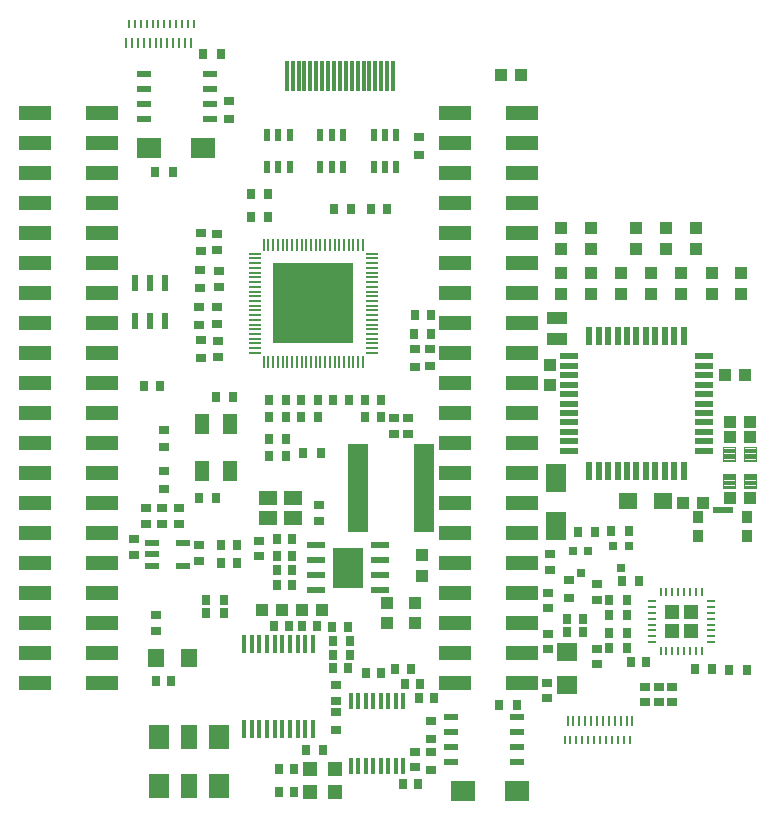
<source format=gbr>
G04 EAGLE Gerber RS-274X export*
G75*
%MOMM*%
%FSLAX34Y34*%
%LPD*%
%INSolderpaste Top*%
%IPPOS*%
%AMOC8*
5,1,8,0,0,1.08239X$1,22.5*%
G01*
%ADD10R,1.800000X1.600000*%
%ADD11R,0.900000X0.700000*%
%ADD12R,0.700000X0.900000*%
%ADD13R,0.530000X1.330000*%
%ADD14R,2.790000X1.270000*%
%ADD15R,1.100000X1.000000*%
%ADD16R,1.000000X1.100000*%
%ADD17R,1.780000X1.020000*%
%ADD18R,1.500000X0.550000*%
%ADD19R,0.550000X1.500000*%
%ADD20R,1.600000X1.400000*%
%ADD21R,1.000000X0.200000*%
%ADD22R,0.200000X1.000000*%
%ADD23R,6.750000X6.750000*%
%ADD24R,1.200000X1.800000*%
%ADD25R,0.800000X0.900000*%
%ADD26R,0.900000X0.800000*%
%ADD27R,0.914400X0.762000*%
%ADD28R,0.762000X0.914400*%
%ADD29R,1.219200X0.558800*%
%ADD30R,1.800000X2.400000*%
%ADD31R,0.500000X1.050000*%
%ADD32R,0.300000X2.600000*%
%ADD33R,0.400000X1.500000*%
%ADD34R,1.800000X2.000000*%
%ADD35R,1.400000X2.000000*%
%ADD36R,0.270000X0.900000*%
%ADD37R,0.270000X0.800000*%
%ADD38R,0.800000X0.284600*%
%ADD39R,0.284600X0.800000*%
%ADD40R,1.300000X1.300000*%
%ADD41R,1.200000X0.600000*%
%ADD42R,0.700000X0.700000*%
%ADD43R,1.200000X1.200000*%
%ADD44R,1.600000X0.610000*%
%ADD45R,2.620000X3.510000*%
%ADD46R,1.800000X7.500000*%
%ADD47R,1.500000X1.300000*%
%ADD48R,0.350000X1.400000*%
%ADD49R,2.000000X1.700000*%
%ADD50R,1.400000X1.600000*%
%ADD51C,0.110000*%
%ADD52R,0.900000X1.000000*%
%ADD53R,1.700000X0.550000*%


D10*
X471051Y106203D03*
X471051Y134203D03*
D11*
X454744Y108351D03*
X454744Y95351D03*
D12*
X126556Y359586D03*
X113556Y359586D03*
D13*
X105256Y414826D03*
X117956Y414826D03*
X130656Y414826D03*
X130656Y446830D03*
X117956Y446830D03*
X105256Y446830D03*
D14*
X433550Y108250D03*
X376450Y108250D03*
X433550Y133650D03*
X376450Y133650D03*
X433550Y159050D03*
X376450Y159050D03*
X433550Y184450D03*
X376450Y184450D03*
X433550Y209850D03*
X376450Y209850D03*
X433550Y235250D03*
X376450Y235250D03*
X433550Y260650D03*
X376450Y260650D03*
X433550Y286050D03*
X376450Y286050D03*
X433550Y311450D03*
X376450Y311450D03*
X433550Y336850D03*
X376450Y336850D03*
X433550Y362250D03*
X376450Y362250D03*
X433550Y387650D03*
X376450Y387650D03*
X433550Y413050D03*
X376450Y413050D03*
X433550Y438450D03*
X376450Y438450D03*
X433550Y463850D03*
X376450Y463850D03*
X433550Y489250D03*
X376450Y489250D03*
X433550Y514650D03*
X376450Y514650D03*
X433550Y540050D03*
X376450Y540050D03*
X433550Y565450D03*
X376450Y565450D03*
X433550Y590850D03*
X376450Y590850D03*
X77950Y108250D03*
X20850Y108250D03*
X77950Y133650D03*
X20850Y133650D03*
X77950Y159050D03*
X20850Y159050D03*
X77950Y184450D03*
X20850Y184450D03*
X77950Y209850D03*
X20850Y209850D03*
X77950Y235250D03*
X20850Y235250D03*
X77950Y260650D03*
X20850Y260650D03*
X77950Y286050D03*
X20850Y286050D03*
X77950Y311450D03*
X20850Y311450D03*
X77950Y336850D03*
X20850Y336850D03*
X77950Y362250D03*
X20850Y362250D03*
X77950Y387650D03*
X20850Y387650D03*
X77950Y413050D03*
X20850Y413050D03*
X77950Y438450D03*
X20850Y438450D03*
X77950Y463850D03*
X20850Y463850D03*
X77950Y489250D03*
X20850Y489250D03*
X77950Y514650D03*
X20850Y514650D03*
X77950Y540050D03*
X20850Y540050D03*
X77950Y565450D03*
X20850Y565450D03*
X77950Y590850D03*
X20850Y590850D03*
D15*
X609000Y329000D03*
X626000Y329000D03*
D16*
X594360Y437778D03*
X594360Y454778D03*
X568198Y437778D03*
X568198Y454778D03*
D15*
X530098Y475878D03*
X530098Y492878D03*
X542798Y437778D03*
X542798Y454778D03*
X466598Y437778D03*
X466598Y454778D03*
X491998Y437778D03*
X491998Y454778D03*
D16*
X466598Y492878D03*
X466598Y475878D03*
D17*
X463042Y399024D03*
X463042Y416824D03*
D16*
X605164Y368808D03*
X622164Y368808D03*
X415562Y622438D03*
X432562Y622438D03*
X555498Y492878D03*
X555498Y475878D03*
D18*
X473098Y344678D03*
X473098Y352678D03*
X473098Y360678D03*
X473098Y368678D03*
X473098Y376678D03*
X473098Y384678D03*
X473098Y304678D03*
X473098Y312678D03*
X473098Y320678D03*
X473098Y328678D03*
X473098Y336678D03*
X587098Y344678D03*
X587098Y352678D03*
X587098Y360678D03*
X587098Y320678D03*
X587098Y336678D03*
X587098Y328678D03*
X587098Y312678D03*
X587098Y304678D03*
X587098Y384678D03*
X587098Y376678D03*
X587098Y368678D03*
D19*
X530098Y401678D03*
X522098Y401678D03*
X514098Y401678D03*
X506098Y401678D03*
X498098Y401678D03*
X490098Y401678D03*
X570098Y401678D03*
X562098Y401678D03*
X554098Y401678D03*
X546098Y401678D03*
X538098Y401678D03*
X530098Y287678D03*
X522098Y287678D03*
X514098Y287678D03*
X506098Y287678D03*
X498098Y287678D03*
X490098Y287678D03*
X570098Y287678D03*
X562098Y287678D03*
X538098Y287678D03*
X546098Y287678D03*
X554098Y287678D03*
D20*
X552845Y262255D03*
X522845Y262255D03*
D15*
X618998Y437778D03*
X618998Y454778D03*
X609000Y316500D03*
X626000Y316500D03*
X626217Y264447D03*
X609217Y264447D03*
X569862Y260723D03*
X586862Y260723D03*
X491998Y475878D03*
X491998Y492878D03*
D16*
X517398Y437778D03*
X517398Y454778D03*
X580898Y475878D03*
X580898Y492878D03*
D15*
X457164Y360006D03*
X457164Y377006D03*
D21*
X306056Y387496D03*
X306056Y391496D03*
X306056Y395496D03*
X306056Y399496D03*
X306056Y403496D03*
X306056Y407496D03*
X306056Y411496D03*
X306056Y415496D03*
X306056Y419496D03*
X306056Y423496D03*
X306056Y427496D03*
X306056Y431496D03*
X306056Y435496D03*
X306056Y439496D03*
X306056Y443496D03*
X306056Y447496D03*
X306056Y451496D03*
X306056Y455496D03*
X306056Y459496D03*
X306056Y463496D03*
X306056Y467496D03*
X306056Y471496D03*
D22*
X298556Y478996D03*
X294556Y478996D03*
X290556Y478996D03*
X286556Y478996D03*
X282556Y478996D03*
X278556Y478996D03*
X274556Y478996D03*
X270556Y478996D03*
X266556Y478996D03*
X262556Y478996D03*
X258556Y478996D03*
X254556Y478996D03*
X250556Y478996D03*
X246556Y478996D03*
X242556Y478996D03*
X238556Y478996D03*
X234556Y478996D03*
X230556Y478996D03*
X226556Y478996D03*
X222556Y478996D03*
X218556Y478996D03*
X214556Y478996D03*
D21*
X207056Y471496D03*
X207056Y467496D03*
X207056Y463496D03*
X207056Y459496D03*
X207056Y455496D03*
X207056Y451496D03*
X207056Y447496D03*
X207056Y443496D03*
X207056Y439496D03*
X207056Y435496D03*
X207056Y431496D03*
X207056Y427496D03*
X207056Y423496D03*
X207056Y419496D03*
X207056Y415496D03*
X207056Y411496D03*
X207056Y407496D03*
X207056Y403496D03*
X207056Y399496D03*
X207056Y395496D03*
X207056Y391496D03*
X207056Y387496D03*
D22*
X214556Y379996D03*
X218556Y379996D03*
X222556Y379996D03*
X226556Y379996D03*
X230556Y379996D03*
X234556Y379996D03*
X238556Y379996D03*
X242556Y379996D03*
X246556Y379996D03*
X250556Y379996D03*
X254556Y379996D03*
X258556Y379996D03*
X262556Y379996D03*
X266556Y379996D03*
X270556Y379996D03*
X274556Y379996D03*
X278556Y379996D03*
X282556Y379996D03*
X286556Y379996D03*
X290556Y379996D03*
X294556Y379996D03*
X298556Y379996D03*
D23*
X256556Y429496D03*
D24*
X162166Y327406D03*
X162166Y287406D03*
X186166Y287406D03*
X186166Y327406D03*
D25*
X188166Y350406D03*
X174166Y350406D03*
X160166Y264406D03*
X174166Y264406D03*
D12*
X248094Y302666D03*
X263094Y302666D03*
D11*
X130056Y322496D03*
X130056Y307496D03*
X130056Y272496D03*
X130056Y287496D03*
X342306Y375906D03*
X342306Y390906D03*
D26*
X355306Y390406D03*
X355306Y376406D03*
D11*
X161306Y473906D03*
X161306Y488906D03*
X160556Y442496D03*
X160556Y457496D03*
X160056Y426496D03*
X160056Y411496D03*
X161056Y383496D03*
X161056Y398496D03*
D12*
X218666Y314406D03*
X233666Y314406D03*
X218666Y300406D03*
X233666Y300406D03*
D25*
X341806Y403906D03*
X355806Y403906D03*
X305056Y508996D03*
X319056Y508996D03*
D26*
X175306Y488406D03*
X175306Y474406D03*
X177056Y442996D03*
X177056Y456996D03*
X176056Y397996D03*
X176056Y383996D03*
X175056Y411996D03*
X175056Y425996D03*
X114504Y256556D03*
X114504Y242556D03*
D25*
X274056Y508996D03*
X288056Y508996D03*
X218056Y521996D03*
X204056Y521996D03*
D26*
X128504Y256556D03*
X128504Y242556D03*
D25*
X342306Y419406D03*
X356306Y419406D03*
X218056Y502996D03*
X204056Y502996D03*
X192056Y209996D03*
X178056Y209996D03*
X233166Y347406D03*
X219166Y347406D03*
X233056Y333396D03*
X219056Y333396D03*
X273166Y347406D03*
X287166Y347406D03*
X246166Y347406D03*
X260166Y347406D03*
X246166Y333406D03*
X260166Y333406D03*
X300166Y347406D03*
X314166Y347406D03*
X300166Y333406D03*
X314166Y333406D03*
D27*
X142504Y256414D03*
X142504Y242698D03*
D28*
X191914Y224996D03*
X178198Y224996D03*
D29*
X120055Y226496D03*
X120055Y216996D03*
X120055Y207344D03*
X146264Y207344D03*
X146264Y226496D03*
D30*
X462056Y240746D03*
X462056Y281746D03*
D26*
X160056Y224996D03*
X160056Y210996D03*
X105056Y229996D03*
X105056Y215996D03*
D27*
X457004Y203948D03*
X457004Y217664D03*
D26*
X324746Y332444D03*
X324746Y318444D03*
X336496Y332444D03*
X336496Y318444D03*
D31*
X217556Y544996D03*
X227056Y544996D03*
X236556Y544996D03*
X236556Y571996D03*
X227056Y571996D03*
X217556Y571996D03*
X262556Y544996D03*
X272056Y544996D03*
X281556Y544996D03*
X281556Y571996D03*
X272056Y571996D03*
X262556Y571996D03*
X307556Y544996D03*
X317056Y544996D03*
X326556Y544996D03*
X326556Y571996D03*
X317056Y571996D03*
X307556Y571996D03*
D32*
X234056Y621896D03*
X239056Y621896D03*
X244056Y621896D03*
X249056Y621896D03*
X254056Y621896D03*
X259056Y621896D03*
X264056Y621896D03*
X269056Y621896D03*
X274056Y621896D03*
X279056Y621896D03*
X284056Y621896D03*
X289056Y621896D03*
X294056Y621896D03*
X299056Y621896D03*
X304056Y621896D03*
X309056Y621896D03*
X314056Y621896D03*
X319056Y621896D03*
X324056Y621896D03*
D11*
X346056Y555496D03*
X346056Y570496D03*
D33*
X256350Y141250D03*
X249850Y141250D03*
X243350Y141250D03*
X236850Y141250D03*
X230350Y141250D03*
X223850Y141250D03*
X217350Y141250D03*
X210850Y141250D03*
X204350Y141250D03*
X197850Y141250D03*
X197850Y68750D03*
X204350Y68750D03*
X210850Y68750D03*
X217350Y68750D03*
X223850Y68750D03*
X230350Y68750D03*
X236850Y68750D03*
X243350Y68750D03*
X249850Y68750D03*
X256350Y68750D03*
D12*
X235950Y156650D03*
X222950Y156650D03*
X247050Y156650D03*
X260050Y156650D03*
D34*
X176300Y20500D03*
X176300Y62500D03*
X125500Y62500D03*
X125500Y20500D03*
D35*
X150900Y20500D03*
X150900Y62500D03*
D36*
X152950Y649650D03*
X147950Y649650D03*
X142950Y649650D03*
X137950Y649650D03*
X132950Y649650D03*
X127950Y649650D03*
X122950Y649650D03*
X117950Y649650D03*
X112950Y649650D03*
X107950Y649650D03*
X102950Y649650D03*
X97950Y649650D03*
D37*
X100450Y665650D03*
X105450Y665650D03*
X110450Y665650D03*
X115450Y665650D03*
X120450Y665650D03*
X125450Y665650D03*
X130450Y665650D03*
X135450Y665650D03*
X140450Y665650D03*
X145450Y665650D03*
X150450Y665650D03*
X155450Y665650D03*
D36*
X471750Y75750D03*
X476750Y75750D03*
X481750Y75750D03*
X486750Y75750D03*
X491750Y75750D03*
X496750Y75750D03*
X501750Y75750D03*
X506750Y75750D03*
X511750Y75750D03*
X516750Y75750D03*
X521750Y75750D03*
X526750Y75750D03*
D37*
X524250Y59750D03*
X519250Y59750D03*
X514250Y59750D03*
X509250Y59750D03*
X504250Y59750D03*
X499250Y59750D03*
X494250Y59750D03*
X489250Y59750D03*
X484250Y59750D03*
X479250Y59750D03*
X474250Y59750D03*
X469250Y59750D03*
D38*
X543000Y177500D03*
X543000Y172500D03*
X543000Y167500D03*
X543000Y162500D03*
X543000Y157500D03*
X543000Y152500D03*
X543000Y147500D03*
X543000Y142500D03*
D39*
X550500Y135000D03*
X555500Y135000D03*
X560500Y135000D03*
X565500Y135000D03*
X570500Y135000D03*
X575500Y135000D03*
X580500Y135000D03*
X585500Y135000D03*
D38*
X593000Y142500D03*
X593000Y147500D03*
X593000Y152500D03*
X593000Y157500D03*
X593000Y162500D03*
X593000Y167500D03*
X593000Y172500D03*
X593000Y177500D03*
D39*
X585500Y185000D03*
X580500Y185000D03*
X575500Y185000D03*
X570500Y185000D03*
X565500Y185000D03*
X560500Y185000D03*
X555500Y185000D03*
X550500Y185000D03*
D40*
X576000Y168000D03*
X576000Y152000D03*
X560000Y168000D03*
X560000Y152000D03*
D12*
X507000Y138000D03*
X522000Y138000D03*
X507000Y150000D03*
X522000Y150000D03*
X507000Y166000D03*
X522000Y166000D03*
X507000Y178000D03*
X522000Y178000D03*
D11*
X496500Y124000D03*
X496500Y137000D03*
D12*
X471500Y151000D03*
X484500Y151000D03*
X471500Y162500D03*
X484500Y162500D03*
D11*
X496500Y191500D03*
X496500Y178500D03*
D12*
X525500Y126000D03*
X538500Y126000D03*
D11*
X560500Y92000D03*
X560500Y105000D03*
X549000Y92000D03*
X549000Y105000D03*
X537500Y92000D03*
X537500Y105000D03*
D41*
X169000Y585950D03*
X169000Y598650D03*
X169000Y611350D03*
X169000Y624050D03*
X113000Y624050D03*
X113000Y611350D03*
X113000Y598650D03*
X113000Y585950D03*
X373000Y79050D03*
X373000Y66350D03*
X373000Y53650D03*
X373000Y40950D03*
X429000Y40950D03*
X429000Y53650D03*
X429000Y66350D03*
X429000Y79050D03*
D12*
X178500Y641000D03*
X163500Y641000D03*
D11*
X185000Y600500D03*
X185000Y585500D03*
X356000Y61000D03*
X356000Y76000D03*
X356000Y49500D03*
X356000Y34500D03*
D42*
X489500Y220000D03*
X476500Y220000D03*
X483000Y201500D03*
X523500Y224250D03*
X510500Y224250D03*
X517000Y205750D03*
D12*
X480250Y235500D03*
X495250Y235500D03*
X137500Y540750D03*
X122500Y540750D03*
X508500Y237000D03*
X523500Y237000D03*
X429000Y89000D03*
X414000Y89000D03*
D11*
X473000Y180250D03*
X473000Y195250D03*
D12*
X517500Y194000D03*
X532500Y194000D03*
X594500Y119500D03*
X579500Y119500D03*
X623500Y119000D03*
X608500Y119000D03*
X227500Y15600D03*
X240500Y15600D03*
D43*
X274500Y15600D03*
X253500Y15600D03*
D12*
X227500Y35100D03*
X240500Y35100D03*
D43*
X274500Y35100D03*
X253500Y35100D03*
D44*
X313000Y186550D03*
X313000Y199250D03*
X313000Y211950D03*
X313000Y224650D03*
X259000Y224650D03*
X259000Y211950D03*
X259000Y199250D03*
X259000Y186550D03*
D45*
X286000Y205600D03*
D12*
X238500Y215600D03*
X225500Y215600D03*
D11*
X210720Y228604D03*
X210720Y215604D03*
D12*
X238510Y203312D03*
X225510Y203312D03*
D16*
X319250Y175850D03*
X319250Y158850D03*
X342500Y176100D03*
X342500Y159100D03*
D12*
X238430Y190828D03*
X225430Y190828D03*
D16*
X348968Y199004D03*
X348968Y216004D03*
D12*
X225474Y229658D03*
X238474Y229658D03*
D11*
X261500Y258600D03*
X261500Y245600D03*
D46*
X350436Y272815D03*
X294436Y272815D03*
D47*
X218516Y264350D03*
X218516Y247350D03*
X239699Y264350D03*
X239699Y247350D03*
D12*
X326000Y119830D03*
X339000Y119830D03*
X314000Y116410D03*
X301000Y116410D03*
D48*
X288375Y37350D03*
X294725Y37350D03*
X301075Y37350D03*
X307425Y37350D03*
X313775Y37350D03*
X320125Y37350D03*
X326475Y37350D03*
X332825Y37350D03*
X332825Y92850D03*
X326475Y92850D03*
X320125Y92850D03*
X313775Y92850D03*
X307425Y92850D03*
X301075Y92850D03*
X294725Y92850D03*
X288375Y92850D03*
D11*
X275500Y106000D03*
X275500Y93000D03*
D49*
X117500Y561250D03*
X163500Y561250D03*
X429000Y16250D03*
X383000Y16250D03*
D12*
X332500Y22500D03*
X345500Y22500D03*
X334000Y107500D03*
X347000Y107500D03*
D11*
X343000Y36500D03*
X343000Y49500D03*
D12*
X346000Y95000D03*
X359000Y95000D03*
D11*
X275500Y83500D03*
X275500Y68500D03*
D12*
X250000Y51500D03*
X265000Y51500D03*
X273000Y143750D03*
X288000Y143750D03*
X273000Y132000D03*
X288000Y132000D03*
D11*
X455000Y136500D03*
X455000Y149500D03*
X455000Y184500D03*
X455000Y171500D03*
D12*
X286000Y120500D03*
X273000Y120500D03*
X285750Y155500D03*
X272750Y155500D03*
D27*
X123000Y165358D03*
X123000Y151642D03*
D50*
X151000Y129500D03*
X123000Y129500D03*
D12*
X123000Y109500D03*
X136000Y109500D03*
D51*
X603550Y296050D02*
X603550Y307950D01*
X613450Y307950D01*
X613450Y296050D01*
X603550Y296050D01*
X603550Y297095D02*
X613450Y297095D01*
X613450Y298140D02*
X603550Y298140D01*
X603550Y299185D02*
X613450Y299185D01*
X613450Y300230D02*
X603550Y300230D01*
X603550Y301275D02*
X613450Y301275D01*
X613450Y302320D02*
X603550Y302320D01*
X603550Y303365D02*
X613450Y303365D01*
X613450Y304410D02*
X603550Y304410D01*
X603550Y305455D02*
X613450Y305455D01*
X613450Y306500D02*
X603550Y306500D01*
X603550Y307545D02*
X613450Y307545D01*
X603550Y284950D02*
X603550Y273050D01*
X603550Y284950D02*
X613450Y284950D01*
X613450Y273050D01*
X603550Y273050D01*
X603550Y274095D02*
X613450Y274095D01*
X613450Y275140D02*
X603550Y275140D01*
X603550Y276185D02*
X613450Y276185D01*
X613450Y277230D02*
X603550Y277230D01*
X603550Y278275D02*
X613450Y278275D01*
X613450Y279320D02*
X603550Y279320D01*
X603550Y280365D02*
X613450Y280365D01*
X613450Y281410D02*
X603550Y281410D01*
X603550Y282455D02*
X613450Y282455D01*
X613450Y283500D02*
X603550Y283500D01*
X603550Y284545D02*
X613450Y284545D01*
X621550Y284950D02*
X621550Y273050D01*
X621550Y284950D02*
X631450Y284950D01*
X631450Y273050D01*
X621550Y273050D01*
X621550Y274095D02*
X631450Y274095D01*
X631450Y275140D02*
X621550Y275140D01*
X621550Y276185D02*
X631450Y276185D01*
X631450Y277230D02*
X621550Y277230D01*
X621550Y278275D02*
X631450Y278275D01*
X631450Y279320D02*
X621550Y279320D01*
X621550Y280365D02*
X631450Y280365D01*
X631450Y281410D02*
X621550Y281410D01*
X621550Y282455D02*
X631450Y282455D01*
X631450Y283500D02*
X621550Y283500D01*
X621550Y284545D02*
X631450Y284545D01*
X621550Y296050D02*
X621550Y307950D01*
X631450Y307950D01*
X631450Y296050D01*
X621550Y296050D01*
X621550Y297095D02*
X631450Y297095D01*
X631450Y298140D02*
X621550Y298140D01*
X621550Y299185D02*
X631450Y299185D01*
X631450Y300230D02*
X621550Y300230D01*
X621550Y301275D02*
X631450Y301275D01*
X631450Y302320D02*
X621550Y302320D01*
X621550Y303365D02*
X631450Y303365D01*
X631450Y304410D02*
X621550Y304410D01*
X621550Y305455D02*
X631450Y305455D01*
X631450Y306500D02*
X621550Y306500D01*
X621550Y307545D02*
X631450Y307545D01*
D52*
X582500Y248250D03*
X582500Y232250D03*
X623500Y232250D03*
X623500Y248250D03*
D53*
X603000Y254500D03*
D12*
X165500Y167000D03*
X180500Y167000D03*
X180500Y178500D03*
X165500Y178500D03*
D15*
X230250Y170250D03*
X213250Y170250D03*
X246750Y170250D03*
X263750Y170250D03*
M02*

</source>
